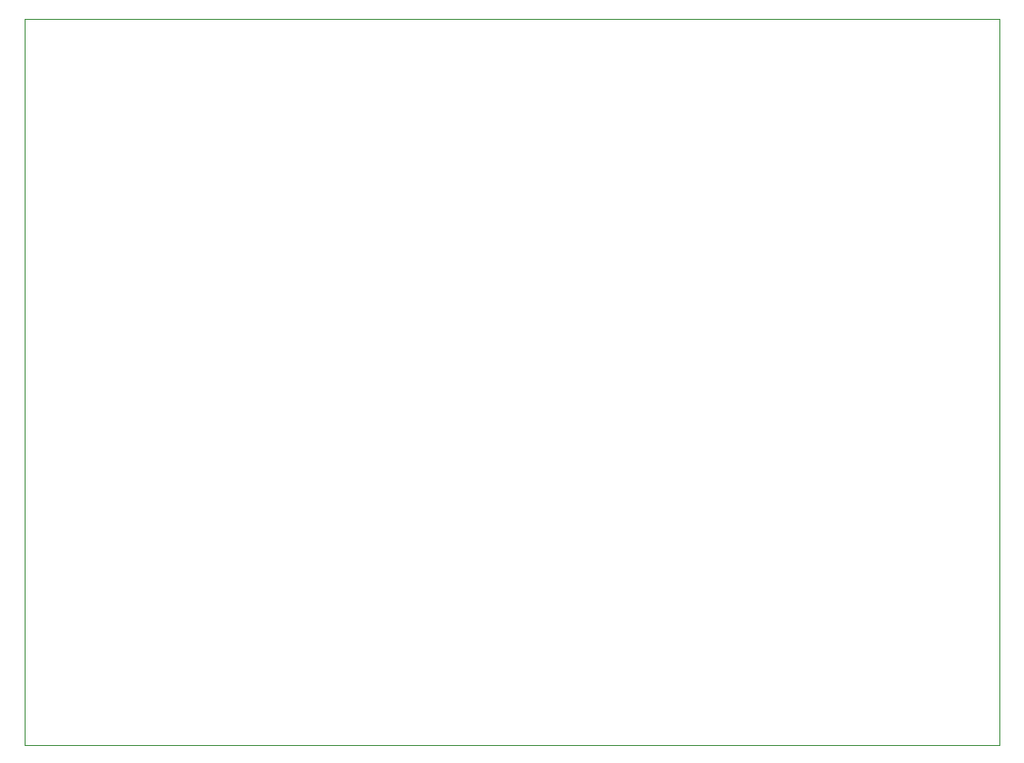
<source format=gbr>
%TF.GenerationSoftware,Altium Limited,Altium Designer,19.1.8 (144)*%
G04 Layer_Color=0*
%FSLAX26Y26*%
%MOIN*%
%TF.FileFunction,Profile,NP*%
%TF.Part,Single*%
G01*
G75*
%TA.AperFunction,Profile*%
%ADD60C,0.001000*%
D60*
X0Y2560000D02*
Y0D01*
X3435000D01*
Y2560000D01*
X0D01*
%TF.MD5,bcabf7d7a8463d1be76cc51b48d694e1*%
M02*

</source>
